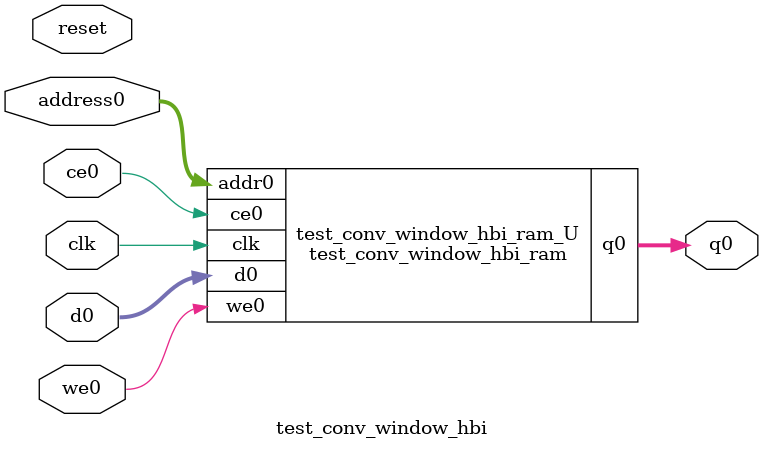
<source format=v>
`timescale 1 ns / 1 ps
module test_conv_window_hbi_ram (addr0, ce0, d0, we0, q0,  clk);

parameter DWIDTH = 4;
parameter AWIDTH = 10;
parameter MEM_SIZE = 576;

input[AWIDTH-1:0] addr0;
input ce0;
input[DWIDTH-1:0] d0;
input we0;
output reg[DWIDTH-1:0] q0;
input clk;

(* ram_style = "block" *)reg [DWIDTH-1:0] ram[0:MEM_SIZE-1];




always @(posedge clk)  
begin 
    if (ce0) begin
        if (we0) 
            ram[addr0] <= d0; 
        q0 <= ram[addr0];
    end
end


endmodule

`timescale 1 ns / 1 ps
module test_conv_window_hbi(
    reset,
    clk,
    address0,
    ce0,
    we0,
    d0,
    q0);

parameter DataWidth = 32'd4;
parameter AddressRange = 32'd576;
parameter AddressWidth = 32'd10;
input reset;
input clk;
input[AddressWidth - 1:0] address0;
input ce0;
input we0;
input[DataWidth - 1:0] d0;
output[DataWidth - 1:0] q0;



test_conv_window_hbi_ram test_conv_window_hbi_ram_U(
    .clk( clk ),
    .addr0( address0 ),
    .ce0( ce0 ),
    .we0( we0 ),
    .d0( d0 ),
    .q0( q0 ));

endmodule


</source>
